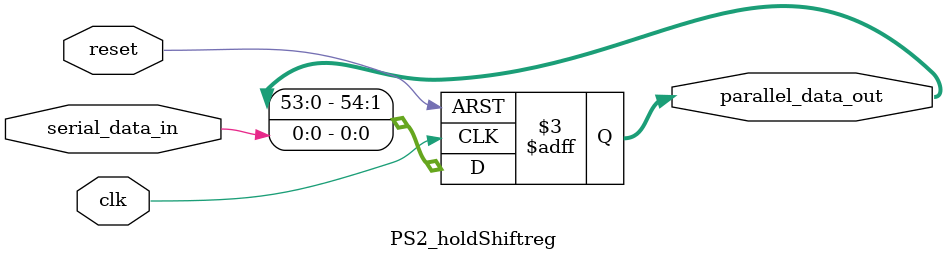
<source format=sv>
module PS2_holdShiftreg(input  logic clk,
				input  logic reset, 
				input  logic serial_data_in,
				
				output logic [54:0] parallel_data_out);

always @ ( posedge clk or negedge reset)
	begin
	  if (!reset) 
		begin
			parallel_data_out <= 55'b0;
		end
	  else  
		 parallel_data_out[54:0] <= {parallel_data_out[53:0],serial_data_in};
	end
endmodule
</source>
